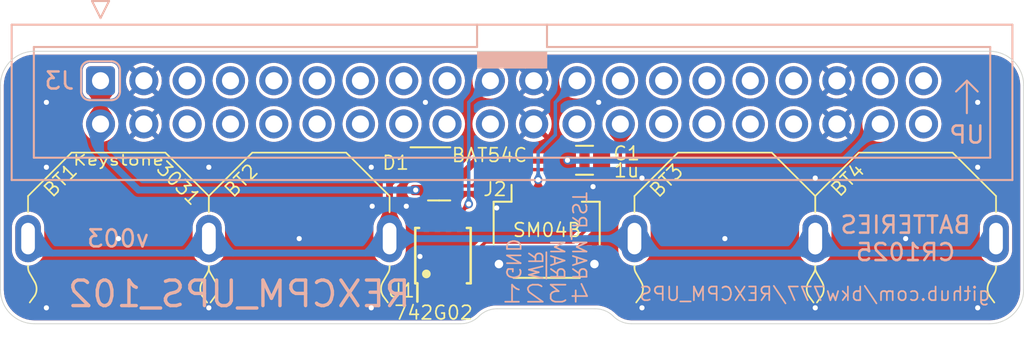
<source format=kicad_pcb>
(kicad_pcb (version 20221018) (generator pcbnew)
  (title_block (title "REXCPM_UPS_102") (date "2023-09-20") (rev "003") (company "Brian K. White - b.kenyon.w@gmail.com") (comment 1 "github.com/bkw777/REXCPM_UPS"))
  (layers (0 "F.Cu" signal) (31 "B.Cu" signal) (34 "B.Paste" user) (35 "F.Paste" user) (36 "B.SilkS" user "B.Silkscreen") (37 "F.SilkS" user "F.Silkscreen") (38 "B.Mask" user) (39 "F.Mask" user) (44 "Edge.Cuts" user))
  (net 0 "")
  (net 1 "GND")
  (net 2 "VBUS")
  (net 8 "/A15")
  (net 13 "/IO{slash}~{M}")
  (net 17 "/~{WR}")
  (net 34 "/RAM")
  (net 35 "/RAM_RST")
  (net 36 "/BATT+")
  (net 37 "Net-(U1-Pad2)")
  (footprint "Package_TO_SOT_SMD:SOT-23" (layer "F.Cu") (at 132.25 108.975)
    (fp_text reference "D1" (at -2.55 -0.65 unlocked) (layer "F.SilkS") (effects (font (size 0.8 0.8) (thickness 0.1))))
    (fp_text value "BAT54C" (at 2.95 -1.1 unlocked) (layer "F.SilkS") (effects (font (size 0.8 0.8) (thickness 0.1))))
    (fp_line (start 0 -1.56) (end -1.675 -1.56) (stroke (width 0.12)) (layer "F.SilkS"))
    (fp_line (start 0 -1.56) (end 0.65 -1.56) (stroke (width 0.12)) (layer "F.SilkS"))
    (fp_line (start 0 1.56) (end -0.65 1.56) (stroke (width 0.12)) (layer "F.SilkS"))
    (fp_line (start 0 1.56) (end 0.65 1.56) (stroke (width 0.12)) (layer "F.SilkS"))
    (pad "1" smd roundrect (at -0.9375 -0.95) (size 1.475 0.6) (layers "F.Cu" "F.Paste" "F.Mask") (net 36 "/BATT+"))
    (pad "2" smd roundrect (at -0.9375 0.95) (size 1.475 0.6) (layers "F.Cu" "F.Paste" "F.Mask") (net 2 "VBUS"))
    (pad "3" smd roundrect (at 0.9375 0) (size 1.475 0.6) (layers "F.Cu" "F.Paste" "F.Mask") (net 35 "/RAM_RST"))
  )
  (footprint "000_LOCAL:Keystone_3031" (layer "F.Cu") (at 159.605 112.776)
    (fp_text reference "BT4" (at -3.4 -3.45 45 unlocked) (layer "F.SilkS") (effects (font (size 0.8 0.8) (thickness 0.1))))
    (fp_text value "Keystone_3031")
    (fp_line (start -5.3 -2.5) (end -2.75 -5.05) (stroke (width 0.1)) (layer "F.SilkS"))
    (fp_line (start -5.3 -1.55) (end -5.3 -2.5) (stroke (width 0.1)) (layer "F.SilkS"))
    (fp_line (start -5.3 1.695887) (end -5.3 1.6) (stroke (width 0.1)) (layer "F.SilkS"))
    (fp_line (start -5.224755 1.994788) (end -4.905239 2.549272) (stroke (width 0.1)) (layer "F.SilkS"))
    (fp_line (start -4.906989 3.350265) (end -5.2 3.75) (stroke (width 0.1)) (layer "F.SilkS"))
    (fp_line (start 2.75 -5.05) (end -2.75 -5.05) (stroke (width 0.1)) (layer "F.SilkS"))
    (fp_line (start 4.906989 3.352321) (end 5.2 3.752056) (stroke (width 0.1)) (layer "F.SilkS"))
    (fp_line (start 5.224755 1.996844) (end 4.905239 2.551328) (stroke (width 0.1)) (layer "F.SilkS"))
    (fp_line (start 5.3 -2.5) (end 2.75 -5.05) (stroke (width 0.1)) (layer "F.SilkS"))
    (fp_line (start 5.3 -1.55) (end 5.3 -2.5) (stroke (width 0.1)) (layer "F.SilkS"))
    (fp_line (start 5.3 1.697943) (end 5.3 1.602056) (stroke (width 0.1)) (layer "F.SilkS"))
    (fp_arc (start -5.224755 1.994788) (mid -5.280899 1.85) (end -5.3 1.695887) (stroke (width 0.1)) (layer "F.SilkS"))
    (fp_arc (start -4.905239 2.549272) (mid -4.8 2.95) (end -4.906989 3.350265) (stroke (width 0.1)) (layer "F.SilkS"))
    (fp_arc (start 4.906989 3.352321) (mid 4.800001 2.952056) (end 4.905239 2.551328) (stroke (width 0.1)) (layer "F.SilkS"))
    (fp_arc (start 5.3 1.697943) (mid 5.2809 1.852056) (end 5.224755 1.996844) (stroke (width 0.1)) (layer "F.SilkS"))
    (pad "1" thru_hole oval (at -5.3 0) (size 1.5 2.775) (drill oval 0.8 1.85) (layers "*.Cu" "*.Mask") (net 36 "/BATT+"))
    (pad "1" thru_hole oval (at 5.3 0) (size 1.5 2.775) (drill oval 0.8 1.85) (layers "*.Cu" "*.Mask") (net 36 "/BATT+"))
    (pad "2" smd circle (at 0 0) (size 8 8) (layers "F.Cu" "F.Mask") (net 1 "GND"))
  )
  (footprint "000_LOCAL:Keystone_3031" (layer "F.Cu") (at 149.005 112.776)
    (fp_text reference "BT3" (at -3.425 -3.4 45 unlocked) (layer "F.SilkS") (effects (font (size 0.8 0.8) (thickness 0.1))))
    (fp_text value "Keystone_3031")
    (fp_line (start -5.3 -2.5) (end -2.75 -5.05) (stroke (width 0.1)) (layer "F.SilkS"))
    (fp_line (start -5.3 -1.55) (end -5.3 -2.5) (stroke (width 0.1)) (layer "F.SilkS"))
    (fp_line (start -5.3 1.695887) (end -5.3 1.6) (stroke (width 0.1)) (layer "F.SilkS"))
    (fp_line (start -5.224755 1.994788) (end -4.905239 2.549272) (stroke (width 0.1)) (layer "F.SilkS"))
    (fp_line (start -4.906989 3.350265) (end -5.2 3.75) (stroke (width 0.1)) (layer "F.SilkS"))
    (fp_line (start 2.75 -5.05) (end -2.75 -5.05) (stroke (width 0.1)) (layer "F.SilkS"))
    (fp_line (start 4.906989 3.352321) (end 5.2 3.752056) (stroke (width 0.1)) (layer "F.SilkS"))
    (fp_line (start 5.224755 1.996844) (end 4.905239 2.551328) (stroke (width 0.1)) (layer "F.SilkS"))
    (fp_line (start 5.3 -2.5) (end 2.75 -5.05) (stroke (width 0.1)) (layer "F.SilkS"))
    (fp_line (start 5.3 -1.55) (end 5.3 -2.5) (stroke (width 0.1)) (layer "F.SilkS"))
    (fp_line (start 5.3 1.697943) (end 5.3 1.602056) (stroke (width 0.1)) (layer "F.SilkS"))
    (fp_arc (start -5.224755 1.994788) (mid -5.280899 1.85) (end -5.3 1.695887) (stroke (width 0.1)) (layer "F.SilkS"))
    (fp_arc (start -4.905239 2.549272) (mid -4.8 2.95) (end -4.906989 3.350265) (stroke (width 0.1)) (layer "F.SilkS"))
    (fp_arc (start 4.906989 3.352321) (mid 4.800001 2.952056) (end 4.905239 2.551328) (stroke (width 0.1)) (layer "F.SilkS"))
    (fp_arc (start 5.3 1.697943) (mid 5.2809 1.852056) (end 5.224755 1.996844) (stroke (width 0.1)) (layer "F.SilkS"))
    (pad "1" thru_hole oval (at -5.3 0) (size 1.5 2.775) (drill oval 0.8 1.85) (layers "*.Cu" "*.Mask") (net 36 "/BATT+"))
    (pad "1" thru_hole oval (at 5.3 0) (size 1.5 2.775) (drill oval 0.8 1.85) (layers "*.Cu" "*.Mask") (net 36 "/BATT+"))
    (pad "2" smd circle (at 0 0) (size 8 8) (layers "F.Cu" "F.Mask") (net 1 "GND"))
  )
  (footprint "000_LOCAL:Keystone_3031" (layer "F.Cu") (at 124.045 112.776)
    (fp_text reference "BT2" (at -3.4 -3.41 45 unlocked) (layer "F.SilkS") (effects (font (size 0.8 0.8) (thickness 0.1))))
    (fp_text value "Keystone_3031")
    (fp_line (start -5.3 -2.5) (end -2.75 -5.05) (stroke (width 0.1)) (layer "F.SilkS"))
    (fp_line (start -5.3 -1.55) (end -5.3 -2.5) (stroke (width 0.1)) (layer "F.SilkS"))
    (fp_line (start -5.3 1.695887) (end -5.3 1.6) (stroke (width 0.1)) (layer "F.SilkS"))
    (fp_line (start -5.224755 1.994788) (end -4.905239 2.549272) (stroke (width 0.1)) (layer "F.SilkS"))
    (fp_line (start -4.906989 3.350265) (end -5.2 3.75) (stroke (width 0.1)) (layer "F.SilkS"))
    (fp_line (start 2.75 -5.05) (end -2.75 -5.05) (stroke (width 0.1)) (layer "F.SilkS"))
    (fp_line (start 4.906989 3.352321) (end 5.2 3.752056) (stroke (width 0.1)) (layer "F.SilkS"))
    (fp_line (start 5.224755 1.996844) (end 4.905239 2.551328) (stroke (width 0.1)) (layer "F.SilkS"))
    (fp_line (start 5.3 -2.5) (end 2.75 -5.05) (stroke (width 0.1)) (layer "F.SilkS"))
    (fp_line (start 5.3 -1.55) (end 5.3 -2.5) (stroke (width 0.1)) (layer "F.SilkS"))
    (fp_line (start 5.3 1.697943) (end 5.3 1.602056) (stroke (width 0.1)) (layer "F.SilkS"))
    (fp_arc (start -5.224755 1.994788) (mid -5.280899 1.85) (end -5.3 1.695887) (stroke (width 0.1)) (layer "F.SilkS"))
    (fp_arc (start -4.905239 2.549272) (mid -4.8 2.95) (end -4.906989 3.350265) (stroke (width 0.1)) (layer "F.SilkS"))
    (fp_arc (start 4.906989 3.352321) (mid 4.800001 2.952056) (end 4.905239 2.551328) (stroke (width 0.1)) (layer "F.SilkS"))
    (fp_arc (start 5.3 1.697943) (mid 5.280926 1.852063) (end 5.224755 1.996844) (stroke (width 0.1)) (layer "F.SilkS"))
    (pad "1" thru_hole oval (at -5.3 0) (size 1.5 2.775) (drill oval 0.8 1.85) (layers "*.Cu" "*.Mask") (net 36 "/BATT+"))
    (pad "1" thru_hole oval (at 5.3 0) (size 1.5 2.775) (drill oval 0.8 1.85) (layers "*.Cu" "*.Mask") (net 36 "/BATT+"))
    (pad "2" smd circle (at 0 0) (size 8 8) (layers "F.Cu" "F.Mask") (net 1 "GND"))
  )
  (footprint "000_LOCAL:TSSOP-8_3x3mm_P0.65mm" (layer "F.Cu") (at 132.475 113.775 90)
    (fp_text reference "U1" (at -2.05 -2.45 180) (layer "F.SilkS") (effects (font (size 0.8 0.8) (thickness 0.1))))
    (fp_text value "742G02" (at -3.35 -0.55 unlocked) (layer "F.SilkS") (effects (font (size 0.8 0.8) (thickness 0.1))))
    (fp_line (start -1.625 -1.625) (end -1.625 -1.5) (stroke (width 0.15)) (layer "F.SilkS"))
    (fp_line (start -1.625 -1.625) (end 1.625 -1.625) (stroke (width 0.15)) (layer "F.SilkS"))
    (fp_line (start -1.625 -1.5) (end -2.7 -1.5) (stroke (width 0.15)) (layer "F.SilkS"))
    (fp_line (start -1.625 1.625) (end -1.625 1.4) (stroke (width 0.15)) (layer "F.SilkS"))
    (fp_line (start -1.625 1.625) (end 1.625 1.625) (stroke (width 0.15)) (layer "F.SilkS"))
    (fp_line (start 1.625 -1.625) (end 1.625 -1.4) (stroke (width 0.15)) (layer "F.SilkS"))
    (fp_line (start 1.625 1.625) (end 1.625 1.4) (stroke (width 0.15)) (layer "F.SilkS"))
    (fp_circle (center -1.075 -0.975) (end -0.825 -0.975) (stroke (width 0.01)) (fill solid) (layer "F.SilkS"))
    (pad "1" smd roundrect (at -2.15 -0.975 90) (size 1.1 0.4) (layers "F.Cu" "F.Paste" "F.Mask") (net 13 "/IO{slash}~{M}"))
    (pad "2" smd roundrect (at -2.15 -0.325 90) (size 1.1 0.4) (layers "F.Cu" "F.Paste" "F.Mask") (net 37 "Net-(U1-Pad2)"))
    (pad "3" smd roundrect (at -2.15 0.325 90) (size 1.1 0.4) (layers "F.Cu" "F.Paste" "F.Mask") (net 37 "Net-(U1-Pad2)"))
    (pad "4" smd roundrect (at -2.15 0.975 90) (size 1.1 0.4) (layers "F.Cu" "F.Paste" "F.Mask") (net 1 "GND"))
    (pad "5" smd roundrect (at 2.15 0.975 90) (size 1.1 0.4) (layers "F.Cu" "F.Paste" "F.Mask") (net 8 "/A15"))
    (pad "6" smd roundrect (at 2.15 0.325 90) (size 1.1 0.4) (layers "F.Cu" "F.Paste" "F.Mask") (net 8 "/A15"))
    (pad "7" smd roundrect (at 2.15 -0.325 90) (size 1.1 0.4) (layers "F.Cu" "F.Paste" "F.Mask") (net 34 "/RAM"))
    (pad "8" smd roundrect (at 2.15 -0.975 90) (size 1.1 0.4) (layers "F.Cu" "F.Paste" "F.Mask") (net 2 "VBUS"))
  )
  (footprint "000_LOCAL:C_0805" (layer "F.Cu") (at 140.775 108.175)
    (fp_text reference "C1" (at 2.468 -0.4 unlocked) (layer "F.SilkS") (effects (font (size 0.8 0.8) (thickness 0.1))))
    (fp_text value "1u" (at 2.468 0.6 unlocked) (layer "F.SilkS") (effects (font (size 0.8 0.8) (thickness 0.1))))
    (fp_line (start -0.5 0.85) (end 0.5 0.85) (stroke (width 0.12)) (layer "F.SilkS"))
    (fp_line (start 0.5 -0.85) (end -0.5 -0.85) (stroke (width 0.12)) (layer "F.SilkS"))
    (pad "1" smd roundrect (at -1 0) (size 1 1.25) (layers "F.Cu" "F.Paste" "F.Mask") (roundrect_rratio 0.1) (net 35 "/RAM_RST"))
    (pad "2" smd roundrect (at 1 0) (size 1 1.25) (layers "F.Cu" "F.Paste" "F.Mask") (roundrect_rratio 0.1) (net 1 "GND"))
  )
  (footprint "000_LOCAL:JST_SH_SM04B-SRSS-TB_1x04-1MP_P1.00mm_Horizontal" (layer "F.Cu") (at 138.557 112.395)
    (fp_text reference "J2" (at -3.032 -2.52) (layer "F.SilkS") (effects (font (size 0.8 0.8) (thickness 0.1))))
    (fp_text value "SM04B" (at 0.018 -0.12) (layer "F.SilkS") (effects (font (size 0.8 0.8) (thickness 0.1))))
    (fp_line (start -3.11 -1.785) (end -2.06 -1.785) (stroke (width 0.12)) (layer "F.SilkS"))
    (fp_line (start -3.11 0.715) (end -3.11 -1.785) (stroke (width 0.12)) (layer "F.SilkS"))
    (fp_line (start -2.06 -1.785) (end -2.06 -2.775) (stroke (width 0.12)) (layer "F.SilkS"))
    (fp_line (start -1.94 2.685) (end 1.94 2.685) (stroke (width 0.12)) (layer "F.SilkS"))
    (fp_line (start 3.11 -1.785) (end 2.06 -1.785) (stroke (width 0.12)) (layer "F.SilkS"))
    (fp_line (start 3.11 0.715) (end 3.11 -1.785) (stroke (width 0.12)) (layer "F.SilkS"))
    (pad "1" smd roundrect (at -1.5 -2) (size 0.6 1.55) (layers "F.Cu" "F.Paste" "F.Mask") (net 1 "GND"))
    (pad "2" smd roundrect (at -0.5 -2) (size 0.6 1.55) (layers "F.Cu" "F.Paste" "F.Mask") (net 17 "/~{WR}"))
    (pad "3" smd roundrect (at 0.5 -2) (size 0.6 1.55) (layers "F.Cu" "F.Paste" "F.Mask") (net 34 "/RAM"))
    (pad "4" smd roundrect (at 1.5 -2) (size 0.6 1.55) (layers "F.Cu" "F.Paste" "F.Mask") (net 35 "/RAM_RST"))
    (pad "MP" smd roundrect (at -2.8 1.875) (size 1.2 1.8) (layers "F.Cu" "F.Paste" "F.Mask") (roundrect_rratio 0.2083333333) (net 1 "GND"))
    (pad "MP" smd roundrect (at 2.8 1.875) (size 1.2 1.8) (layers "F.Cu" "F.Paste" "F.Mask") (roundrect_rratio 0.2083333333) (net 1 "GND"))
  )
  (footprint "000_LOCAL:Keystone_3031" (layer "F.Cu") (at 113.445 112.776)
    (fp_text reference "BT1" (at -3.4 -3.42 45 unlocked) (layer "F.SilkS") (effects (font (size 0.8 0.8) (thickness 0.1))))
    (fp_text value "Keystone_3031")
    (fp_line (start -5.3 -2.5) (end -2.75 -5.05) (stroke (width 0.1)) (layer "F.SilkS"))
    (fp_line (start -5.3 -1.55) (end -5.3 -2.5) (stroke (width 0.1)) (layer "F.SilkS"))
    (fp_line (start -5.3 1.695887) (end -5.3 1.6) (stroke (width 0.1)) (layer "F.SilkS"))
    (fp_line (start -5.224755 1.994788) (end -4.905239 2.549272) (stroke (width 0.1)) (layer "F.SilkS"))
    (fp_line (start -4.906989 3.350265) (end -5.2 3.75) (stroke (width 0.1)) (layer "F.SilkS"))
    (fp_line (start 2.75 -5.05) (end -2.75 -5.05) (stroke (width 0.1)) (layer "F.SilkS"))
    (fp_line (start 4.906989 3.352321) (end 5.2 3.752056) (stroke (width 0.1)) (layer "F.SilkS"))
    (fp_line (start 5.224755 1.996844) (end 4.905239 2.551328) (stroke (width 0.1)) (layer "F.SilkS"))
    (fp_line (start 5.3 -2.5) (end 2.75 -5.05) (stroke (width 0.1)) (layer "F.SilkS"))
    (fp_line (start 5.3 -1.55) (end 5.3 -2.5) (stroke (width 0.1)) (layer "F.SilkS"))
    (fp_line (start 5.3 1.697943) (end 5.3 1.602056) (stroke (width 0.1)) (layer "F.SilkS"))
    (fp_arc (start -5.224755 1.994788) (mid -5.280899 1.85) (end -5.3 1.695887) (stroke (width 0.1)) (layer "F.SilkS"))
    (fp_arc (start -4.905239 2.549272) (mid -4.8 2.95) (end -4.906989 3.350265) (stroke (width 0.1)) (layer "F.SilkS"))
    (fp_arc (start 4.906989 3.352321) (mid 4.800001 2.952056) (end 4.905239 2.551328) (stroke (width 0.1)) (layer "F.SilkS"))
    (fp_arc (start 5.3 1.697943) (mid 5.280878 1.852051) (end 5.224755 1.996844) (stroke (width 0.1)) (layer "F.SilkS"))
    (pad "1" thru_hole oval (at -5.3 0) (size 1.5 2.775) (drill oval 0.8 1.85) (layers "*.Cu" "*.Mask") (net 36 "/BATT+"))
    (pad "1" thru_hole oval (at 5.3 0) (size 1.5 2.775) (drill oval 0.8 1.85) (layers "*.Cu" "*.Mask") (net 36 "/BATT+"))
    (pad "2" smd circle (at 0 0) (size 8 8) (layers "F.Cu" "F.Mask") (net 1 "GND"))
  )
  (footprint "000_LOCAL:IDC-Header_2x20_P2.54mm_Vertical" (layer "B.Cu") (at 112.395 103.505 -90)
    (fp_text reference "J3" (at 0 2.413 unlocked) (layer "B.SilkS") (effects (justify mirror)))
    (fp_text value "Conn_02x20_Odd_Even")
    (fp_line (start -4.68 -0.5) (end -3.68 0) (stroke (width 0.12)) (layer "B.SilkS"))
    (fp_line (start -4.68 0.5) (end -4.68 -0.5) (stroke (width 0.12)) (layer "B.SilkS"))
    (fp_line (start -3.68 0) (end -4.68 0.5) (stroke (width 0.12)) (layer "B.SilkS"))
    (fp_line (start -3.29 -53.47) (end -3.29 5.21) (stroke (width 0.12)) (layer "B.SilkS"))
    (fp_line (start -3.29 -22.08) (end -1.98 -22.08) (stroke (width 0.12)) (layer "B.SilkS"))
    (fp_line (start -3.29 5.21) (end 5.83 5.21) (stroke (width 0.12)) (layer "B.SilkS"))
    (fp_line (start -1.98 -52.17) (end -1.98 -26.18) (stroke (width 0.12)) (layer "B.SilkS"))
    (fp_line (start -1.98 -26.18) (end -3.29 -26.18) (stroke (width 0.12)) (layer "B.SilkS"))
    (fp_line (start -1.98 -26.18) (end -1.98 -26.18) (stroke (width 0.12)) (layer "B.SilkS"))
    (fp_line (start -1.98 -22.08) (end -1.98 3.91) (stroke (width 0.12)) (layer "B.SilkS"))
    (fp_line (start -1.98 3.91) (end 4.52 3.91) (stroke (width 0.12)) (layer "B.SilkS"))
    (fp_line (start 4.52 -52.17) (end -1.98 -52.17) (stroke (width 0.12)) (layer "B.SilkS"))
    (fp_line (start 4.52 3.91) (end 4.52 -52.17) (stroke (width 0.12)) (layer "B.SilkS"))
    (fp_line (start 5.83 -53.47) (end -3.29 -53.47) (stroke (width 0.12)) (layer "B.SilkS"))
    (fp_line (start 5.83 5.21) (end 5.83 -53.47) (stroke (width 0.12)) (layer "B.SilkS"))
    (pad "1" thru_hole roundrect (at 0 0 270) (size 1.7 1.7) (drill 1) (layers "*.Cu" "*.Mask") (roundrect_rratio 0.1470588235) (net 2 "VBUS"))
    (pad "2" thru_hole circle (at 2.54 0 270) (size 1.7 1.7) (drill 1) (layers "*.Cu" "*.Mask") (net 2 "VBUS"))
    (pad "3" thru_hole circle (at 0 -2.54 270) (size 1.7 1.7) (drill 1) (layers "*.Cu" "*.Mask") (net 1 "GND"))
    (pad "4" thru_hole circle (at 2.54 -2.54 270) (size 1.7 1.7) (drill 1) (layers "*.Cu" "*.Mask") (net 1 "GND"))
    (pad "5" thru_hole circle (at 0 -5.08 270) (size 1.7 1.7) (drill 1) (layers "*.Cu" "*.Mask"))
    (pad "6" thru_hole circle (at 2.54 -5.08 270) (size 1.7 1.7) (drill 1) (layers "*.Cu" "*.Mask"))
    (pad "7" thru_hole circle (at 0 -7.62 270) (size 1.7 1.7) (drill 1) (layers "*.Cu" "*.Mask"))
    (pad "8" thru_hole circle (at 2.54 -7.62 270) (size 1.7 1.7) (drill 1) (layers "*.Cu" "*.Mask"))
    (pad "9" thru_hole circle (at 0 -10.16 270) (size 1.7 1.7) (drill 1) (layers "*.Cu" "*.Mask"))
    (pad "10" thru_hole circle (at 2.54 -10.16 270) (size 1.7 1.7) (drill 1) (layers "*.Cu" "*.Mask"))
    (pad "11" thru_hole circle (at 0 -12.7 270) (size 1.7 1.7) (drill 1) (layers "*.Cu" "*.Mask"))
    (pad "12" thru_hole circle (at 2.54 -12.7 270) (size 1.7 1.7) (drill 1) (layers "*.Cu" "*.Mask"))
    (pad "13" thru_hole circle (at 0 -15.24 270) (size 1.7 1.7) (drill 1) (layers "*.Cu" "*.Mask"))
    (pad "14" thru_hole circle (at 2.54 -15.24 270) (size 1.7 1.7) (drill 1) (layers "*.Cu" "*.Mask"))
    (pad "15" thru_hole circle (at 0 -17.78 270) (size 1.7 1.7) (drill 1) (layers "*.Cu" "*.Mask"))
    (pad "16" thru_hole circle (at 2.54 -17.78 270) (size 1.7 1.7) (drill 1) (layers "*.Cu" "*.Mask"))
    (pad "17" thru_hole circle (at 0 -20.32 270) (size 1.7 1.7) (drill 1) (layers "*.Cu" "*.Mask"))
    (pad "18" thru_hole circle (at 2.54 -20.32 270) (size 1.7 1.7) (drill 1) (layers "*.Cu" "*.Mask"))
    (pad "19" thru_hole circle (at 0 -22.86 270) (size 1.7 1.7) (drill 1) (layers "*.Cu" "*.Mask") (net 8 "/A15"))
    (pad "20" thru_hole circle (at 2.54 -22.86 270) (size 1.7 1.7) (drill 1) (layers "*.Cu" "*.Mask"))
    (pad "21" thru_hole circle (at 0 -25.4 270) (size 1.7 1.7) (drill 1) (layers "*.Cu" "*.Mask") (net 1 "GND"))
    (pad "22" thru_hole circle (at 2.54 -25.4 270) (size 1.7 1.7) (drill 1) (layers "*.Cu" "*.Mask") (net 1 "GND"))
    (pad "23" thru_hole circle (at 0 -27.94 270) (size 1.7 1.7) (drill 1) (layers "*.Cu" "*.Mask") (net 17 "/~{WR}"))
    (pad "24" thru_hole circle (at 2.54 -27.94 270) (size 1.7 1.7) (drill 1) (layers "*.Cu" "*.Mask"))
    (pad "25" thru_hole circle (at 0 -30.48 270) (size 1.7 1.7) (drill 1) (layers "*.Cu" "*.Mask"))
    (pad "26" thru_hole circle (at 2.54 -30.48 270) (size 1.7 1.7) (drill 1) (layers "*.Cu" "*.Mask") (net 13 "/IO{slash}~{M}"))
    (pad "27" thru_hole circle (at 0 -33.02 270) (size 1.7 1.7) (drill 1) (layers "*.Cu" "*.Mask"))
    (pad "28" thru_hole circle (at 2.54 -33.02 270) (size 1.7 1.7) (drill 1) (layers "*.Cu" "*.Mask"))
    (pad "29" thru_hole circle (at 0 -35.56 270) (size 1.7 1.7) (drill 1) (layers "*.Cu" "*.Mask"))
    (pad "30" thru_hole circle (at 2.54 -35.56 270) (size 1.7 1.7) (drill 1) (layers "*.Cu" "*.Mask"))
    (pad "31" thru_hole circle (at 0 -38.1 270) (size 1.7 1.7) (drill 1) (layers "*.Cu" "*.Mask"))
    (pad "32" thru_hole circle (at 2.54 -38.1 270) (size 1.7 1.7) (drill 1) (layers "*.Cu" "*.Mask"))
    (pad "33" thru_hole circle (at 0 -40.64 270) (size 1.7 1.7) (drill 1) (layers "*.Cu" "*.Mask"))
    (pad "34" thru_hole circle (at 2.54 -40.64 270) (size 1.7 1.7) (drill 1) (layers "*.Cu" "*.Mask"))
    (pad "35" thru_hole circle (at 0 -43.18 270) (size 1.7 1.7) (drill 1) (layers "*.Cu" "*.Mask") (net 1 "GND"))
    (pad "36" thru_hole circle (at 2.54 -43.18 270) (size 1.7 1.7) (drill 1) (layers "*.Cu" "*.Mask") (net 1 "GND"))
    (pad "37" thru_hole circle (at 0 -45.72 270) (size 1.7 1.7) (drill 1) (layers "*.Cu" "*.Mask"))
    (pad "38" thru_hole circle (at 2.54 -45.72 270) (size 1.7 1.7) (drill 1) (layers "*.Cu" "*.Mask") (net 35 "/RAM_RST"))
    (pad "39" thru_hole circle (at 0 -48.26 270) (size 1.7 1.7) (drill 1) (layers "*.Cu" "*.Mask"))
    (pad "40" thru_hole circle (at 2.54 -48.26 270) (size 1.7 1.7) (drill 1) (layers "*.Cu" "*.Mask"))
  )
  (gr_line (start 113.538 104.14) (end 113.538 102.87) (stroke (width 0.12)) (layer "B.SilkS"))
  (gr_arc (start 113.538 104.14) (mid 113.38921 104.49921) (end 113.03 104.648) (stroke (width 0.12)) (layer "B.SilkS"))
  (gr_rect (start 134.475 101.777) (end 138.582 102.784) (stroke (width 0.01)) (fill solid) (layer "B.SilkS"))
  (gr_line (start 111.252 102.87) (end 111.252 104.14) (stroke (width 0.12)) (layer "B.SilkS"))
  (gr_line (start 163.195 103.505) (end 163.83 104.14) (stroke (width 0.12)) (layer "B.SilkS"))
  (gr_arc (start 111.252 102.87) (mid 111.40079 102.51079) (end 111.76 102.362) (stroke (width 0.12)) (layer "B.SilkS"))
  (gr_line (start 163.195 105.41) (end 163.195 103.505) (stroke (width 0.12)) (layer "B.SilkS"))
  (gr_line (start 113.03 102.362) (end 111.76 102.362) (stroke (width 0.12)) (layer "B.SilkS"))
  (gr_line (start 111.76 104.648) (end 113.03 104.648) (stroke (width 0.12)) (layer "B.SilkS"))
  (gr_arc (start 113.03 102.362) (mid 113.38921 102.51079) (end 113.538 102.87) (stroke (width 0.12)) (layer "B.SilkS"))
  (gr_line (start 163.195 103.505) (end 162.56 104.14) (stroke (width 0.12)) (layer "B.SilkS"))
  (gr_arc (start 111.76 104.648) (mid 111.40079 104.49921) (end 111.252 104.14) (stroke (width 0.12)) (layer "B.SilkS"))
  (gr_line (start 106.525 115.775) (end 106.525 103.775) (stroke (width 0.05)) (layer "Edge.Cuts"))
  (gr_arc (start 141.40368 116.89632) (mid 141.977705 117.010501) (end 142.46434 117.33566) (stroke (width 0.05)) (layer "Edge.Cuts"))
  (gr_arc (start 134.58566 117.33566) (mid 134.099025 117.660819) (end 133.525 117.775) (stroke (width 0.05)) (layer "Edge.Cuts"))
  (gr_arc (start 164.525 101.775) (mid 165.939214 102.360786) (end 166.525 103.775) (stroke (width 0.05)) (layer "Edge.Cuts"))
  (gr_line (start 133.525 117.775) (end 108.525 117.775) (stroke (width 0.05)) (layer "Edge.Cuts"))
  (gr_line (start 143.525 117.775) (end 164.525 117.775) (stroke (width 0.05)) (layer "Edge.Cuts"))
  (gr_arc (start 143.525 117.775) (mid 142.950975 117.660819) (end 142.46434 117.33566) (stroke (width 0.05)) (layer "Edge.Cuts"))
  (gr_arc (start 106.525 103.775) (mid 107.110787 102.360786) (end 108.525001 101.774999) (stroke (width 0.05)) (layer "Edge.Cuts"))
  (gr_line (start 135.64632 116.89632) (end 141.40368 116.89632) (stroke (width 0.05)) (layer "Edge.Cuts"))
  (gr_arc (start 108.525001 117.775001) (mid 107.110787 117.189214) (end 106.525 115.775) (stroke (width 0.05)) (layer "Edge.Cuts"))
  (gr_arc (start 166.525 115.775) (mid 165.939214 117.189214) (end 164.525 117.775) (stroke (width 0.05)) (layer "Edge.Cuts"))
  (gr_arc (start 134.58566 117.33566) (mid 135.072295 117.010501) (end 135.64632 116.89632) (stroke (width 0.05)) (layer "Edge.Cuts"))
  (gr_line (start 166.525 115.775) (end 166.525 103.775) (stroke (width 0.05)) (layer "Edge.Cuts"))
  (gr_line (start 164.525 101.775) (end 108.525 101.775) (stroke (width 0.05)) (layer "Edge.Cuts"))
  (gr_text "UP" (at 163.195 106.68) (layer "B.SilkS") (effects (font (size 1 1)) (justify mirror)))
  (gr_text "${TITLE}" (at 120.525 116.025) (layer "B.SilkS") (effects (font (size 1.5 1.5) (thickness 0.2)) (justify mirror)))
  (gr_text "v${REVISION}" (at 113.425 112.775) (layer "B.SilkS") (effects (font (size 1 1)) (justify mirror)))
  (gr_text "${COMMENT1}" (at 154.275 116.025) (layer "B.SilkS") (effects (font (size 0.8 0.8) (thickness 0.1)) (justify mirror)))
  (gr_text "RAM_RST\nRAM\n~{WR}\nGND" (at 138.525 115.275 270) (layer "B.SilkS") (effects (font (size 0.8 0.8) (thickness 0.1)) (justify left mirror)))
  (gr_text "BATTERIES\nCR1025" (at 159.6 112.775) (layer "B.SilkS") (effects (font (size 1 1)) (justify mirror)))
  (gr_text "4321" (at 138.525 116.025) (layer "B.SilkS") (effects (font (size 1 1.4) (thickness 0.1)) (justify mirror)))
  (gr_text "3031" (at 116.975 109.525 -45) (layer "F.SilkS") (effects (font (size 0.8 0.8) (thickness 0.1))))
  (gr_text "Keystone" (at 113.45 108.175) (layer "F.SilkS") (effects (font (size 0.6 0.8) (thickness 0.1) bold)))
  (segment (start 137.425 105.845) (end 138.075 105.845) (width 0.2) (layer "F.Cu") (net 1))
  (via (at 128.27 108.585) (size 0.5) (drill 0.3) (layers "F.Cu" "B.Cu") (net 1))
  (via (at 154.305 116.84) (size 0.5) (drill 0.3) (layers "F.Cu" "B.Cu") (net 1))
  (via (at 124.045 112.776) (size 0.5) (drill 0.3) (layers "F.Cu" "B.Cu") (net 1))
  (via (at 118.745 116.84) (size 0.5) (drill 0.3) (layers "F.Cu" "B.Cu") (net 1))
  (via (at 109.22 116.84) (size 0.5) (drill 0.3) (layers "F.Cu" "B.Cu") (net 1))
  (via (at 144.145 109.22) (size 0.5) (drill 0.3) (layers "F.Cu" "B.Cu") (net 1))
  (via (at 135.625 110.975) (size 0.5) (drill 0.3) (layers "F.Cu" "B.Cu") (net 1))
  (via (at 163.83 104.775) (size 0.5) (drill 0.3) (layers "F.Cu" "B.Cu") (net 1))
  (via (at 159.605 112.776) (size 0.5) (drill 0.3) (layers "F.Cu" "B.Cu") (net 1))
  (via (at 149.005 112.776) (size 0.5) (drill 0.3) (layers "F.Cu" "B.Cu") (net 1))
  (via (at 131.125 113.825) (size 0.5) (drill 0.3) (layers "F.Cu" "B.Cu") (net 1))
  (via (at 128.27 116.84) (size 0.5) (drill 0.3) (layers "F.Cu" "B.Cu") (net 1))
  (via (at 118.745 108.585) (size 0.5) (drill 0.3) (layers "F.Cu" "B.Cu") (net 1))
  (via (at 163.83 116.84) (size 0.5) (drill 0.3) (layers "F.Cu" "B.Cu") (net 1))
  (via (at 141.605 104.775) (size 0.5) (drill 0.3) (layers "F.Cu" "B.Cu") (net 1))
  (via (at 109.22 108.585) (size 0.5) (drill 0.3) (layers "F.Cu" "B.Cu") (net 1))
  (via (at 144.145 116.84) (size 0.5) (drill 0.3) (layers "F.Cu" "B.Cu") (net 1))
  (via (at 130.325 110.875) (size 0.5) (drill 0.3) (layers "F.Cu" "B.Cu") (net 1))
  (via (at 131.445 104.775) (size 0.5) (drill 0.3) (layers "F.Cu" "B.Cu") (net 1))
  (via (at 128.325 110.875) (size 0.5) (drill 0.3) (layers "F.Cu" "B.Cu") (net 1))
  (via (at 141.357 114.27) (size 1) (drill 0.5) (layers "F.Cu" "B.Cu") (net 1))
  (via (at 113.445 112.776) (size 0.5) (drill 0.3) (layers "F.Cu" "B.Cu") (net 1))
  (via (at 135.757 114.27) (size 1) (drill 0.5) (layers "F.Cu" "B.Cu") (net 1))
  (via (at 141.275 109.725) (size 0.5) (drill 0.3) (layers "F.Cu" "B.Cu") (net 1))
  (via (at 109.22 104.775) (size 0.5) (drill 0.3) (layers "F.Cu" "B.Cu") (net 1))
  (via (at 163.83 108.585) (size 0.5) (drill 0.3) (layers "F.Cu" "B.Cu") (net 1))
  (via (at 154.305 109.22) (size 0.5) (drill 0.3) (layers "F.Cu" "B.Cu") (net 1))
  (segment (start 131.5 109.925) (end 131.5 111.625) (width 0.4) (layer "F.Cu") (net 2))
  (segment (start 130.875 109.925) (end 131.5 109.925) (width 0.4) (layer "F.Cu") (net 2))
  (segment (start 112.395 103.505) (end 112.395 106.045) (width 0.4) (layer "F.Cu") (net 2))
  (via (at 130.875 109.925) (size 0.5) (drill 0.3) (layers "F.Cu" "B.Cu") (net 2))
  (segment (start 130.875 109.925) (end 114.624 109.925) (width 0.4) (layer "B.Cu") (net 2))
  (segment (start 112.395 107.696) (end 112.395 106.045) (width 0.4) (layer "B.Cu") (net 2))
  (segment (start 114.624 109.925) (end 112.395 107.696) (width 0.4) (layer "B.Cu") (net 2))
  (segment (start 133.45 111.279) (end 133.985 110.744) (width 0.2) (layer "F.Cu") (net 8))
  (segment (start 133.45 111.625) (end 133.45 111.279) (width 0.2) (layer "F.Cu") (net 8))
  (segment (start 132.8 111.625) (end 133.45 111.625) (width 0.2) (layer "F.Cu") (net 8))
  (via (at 133.985 110.744) (size 0.5) (drill 0.3) (layers "F.Cu" "B.Cu") (net 8))
  (segment (start 133.985 110.744) (end 133.985 104.775) (width 0.2) (layer "B.Cu") (net 8))
  (segment (start 133.985 104.775) (end 135.255 103.505) (width 0.2) (layer "B.Cu") (net 8))
  (segment (start 141.732 110.744) (end 142.875 109.601) (width 0.2) (layer "F.Cu") (net 13))
  (segment (start 142.875 109.601) (end 142.875 106.045) (width 0.2) (layer "F.Cu") (net 13))
  (segment (start 134.175 113.775) (end 134.975 112.975) (width 0.2) (layer "F.Cu") (net 13))
  (segment (start 141.732 111.379) (end 141.732 110.744) (width 0.2) (layer "F.Cu") (net 13))
  (segment (start 131.5 115.925) (end 131.5 114.88) (width 0.2) (layer "F.Cu") (net 13))
  (segment (start 132.605 113.775) (end 134.175 113.775) (width 0.2) (layer "F.Cu") (net 13))
  (segment (start 140.136 112.975) (end 141.732 111.379) (width 0.2) (layer "F.Cu") (net 13))
  (segment (start 131.5 114.88) (end 132.605 113.775) (width 0.2) (layer "F.Cu") (net 13))
  (segment (start 134.975 112.975) (end 140.136 112.975) (width 0.2) (layer "F.Cu") (net 13))
  (segment (start 138.057 109.325) (end 138.057 110.395) (width 0.2) (layer "F.Cu") (net 17))
  (via (at 138.057 109.325) (size 0.5) (drill 0.3) (layers "F.Cu" "B.Cu") (net 17))
  (segment (start 138.057 109.325) (end 138.057 107.693) (width 0.2) (layer "B.Cu") (net 17))
  (segment (start 138.057 107.693) (end 139.065 106.685) (width 0.2) (layer "B.Cu") (net 17))
  (segment (start 139.065 104.775) (end 140.335 103.505) (width 0.2) (layer "B.Cu") (net 17))
  (segment (start 139.065 106.685) (end 139.065 104.775) (width 0.2) (layer "B.Cu") (net 17))
  (segment (start 135.175 108.725) (end 138.475 108.725) (width 0.2) (layer "F.Cu") (net 34))
  (segment (start 132.15 111.625) (end 132.15 110.8) (width 0.2) (layer "F.Cu") (net 34))
  (segment (start 134.225 109.675) (end 135.175 108.725) (width 0.2) (layer "F.Cu") (net 34))
  (segment (start 139.057 109.307) (end 139.057 110.395) (width 0.2) (layer "F.Cu") (net 34))
  (segment (start 132.15 110.8) (end 133.275 109.675) (width 0.2) (layer "F.Cu") (net 34))
  (segment (start 133.275 109.675) (end 134.225 109.675) (width 0.2) (layer "F.Cu") (net 34))
  (segment (start 138.475 108.725) (end 139.057 109.307) (width 0.2) (layer "F.Cu") (net 34))
  (segment (start 134.425 108.175) (end 133.625 108.975) (width 0.4) (layer "F.Cu") (net 35))
  (segment (start 140.057 108.457) (end 140.057 110.395) (width 0.4) (layer "F.Cu") (net 35))
  (segment (start 139.775 108.175) (end 134.425 108.175) (width 0.4) (layer "F.Cu") (net 35))
  (segment (start 133.625 108.975) (end 133.1875 108.975) (width 0.4) (layer "F.Cu") (net 35))
  (segment (start 139.775 108.175) (end 140.057 108.457) (width 0.4) (layer "F.Cu") (net 35))
  (via (at 139.775 108.175) (size 0.5) (drill 0.3) (layers "F.Cu" "B.Cu") (net 35))
  (segment (start 155.985 108.175) (end 158.115 106.045) (width 0.4) (layer "B.Cu") (net 35))
  (segment (start 139.775 108.175) (end 155.985 108.175) (width 0.4) (layer "B.Cu") (net 35))
  (segment (start 130.875 108.025) (end 129.345 109.555) (width 0.4) (layer "F.Cu") (net 36))
  (segment (start 129.345 109.555) (end 129.345 112.776) (width 0.4) (layer "F.Cu") (net 36))
  (segment (start 131.3125 108.025) (end 130.875 108.025) (width 0.4) (layer "F.Cu") (net 36))
  (segment (start 108.145 113.625) (end 108.145 112.776) (width 0.4) (layer "B.Cu") (net 36))
  (segment (start 143.705 112.776) (end 143.705 113.625) (width 0.4) (layer "B.Cu") (net 36))
  (segment (start 164.905 113.625) (end 164.905 112.776) (width 0.4) (layer "B.Cu") (net 36))
  (segment (start 129.345 113.625) (end 118.745 113.625) (width 0.4) (layer "B.Cu") (net 36))
  (segment (start 118.745 113.625) (end 108.145 113.625) (width 0.4) (layer "B.Cu") (net 36))
  (segment (start 154.305 113.625) (end 164.905 113.625) (width 0.4) (layer "B.Cu") (net 36))
  (segment (start 129.345 112.776) (end 143.705 112.776) (width 0.4) (layer "B.Cu") (net 36))
  (segment (start 118.745 113.625) (end 118.745 112.776) (width 0.4) (layer "B.Cu") (net 36))
  (segment (start 154.305 112.776) (end 154.305 113.625) (width 0.4) (layer "B.Cu") (net 36))
  (segment (start 129.345 112.776) (end 129.345 113.625) (width 0.4) (layer "B.Cu") (net 36))
  (segment (start 143.705 113.625) (end 154.305 113.625) (width 0.4) (layer "B.Cu") (net 36))
  (segment (start 132.15 115.925) (end 132.8 115.925) (width 0.2) (layer "F.Cu") (net 37))
  (zone (net 1) (net_name "GND") (layer "F.Cu") (connect_pads (clearance 0.2)) (min_thickness 0.2) (fill yes (thermal_gap 0.2) (thermal_bridge_width 0.3) (smoothing fillet) (radius 0.2))
    (polygon (pts (xy 106.525 101.775) (xy 166.525 101.775) (xy 166.525 117.775) (xy 106.525 117.775)))
  )
  (zone (net 1) (net_name "GND") (layer "B.Cu") (connect_pads (clearance 0.2)) (min_thickness 0.2) (fill yes (thermal_gap 0.2) (thermal_bridge_width 0.3) (smoothing fillet) (radius 0.2))
    (polygon (pts (xy 106.525 101.775) (xy 166.525 101.775) (xy 166.525 117.775) (xy 106.525 117.775)))
  )
)
</source>
